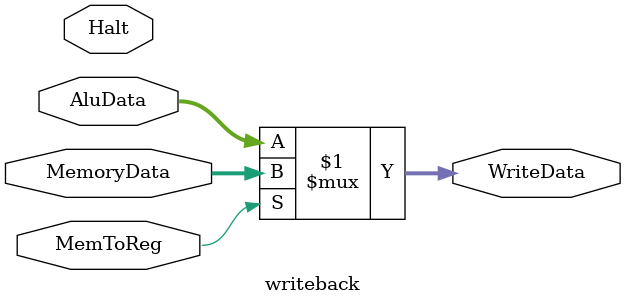
<source format=v>
module writeback(AluData, MemoryData, MemToReg, Halt, WriteData);
   input [15:0] AluData, MemoryData;
   input 	MemToReg;
   input 	Halt;   // Halt doesn't actually do anything except signal to the testbench to halt
   
   output [15:0]	WriteData;

   assign WriteData = MemToReg ? MemoryData : AluData;
endmodule

</source>
